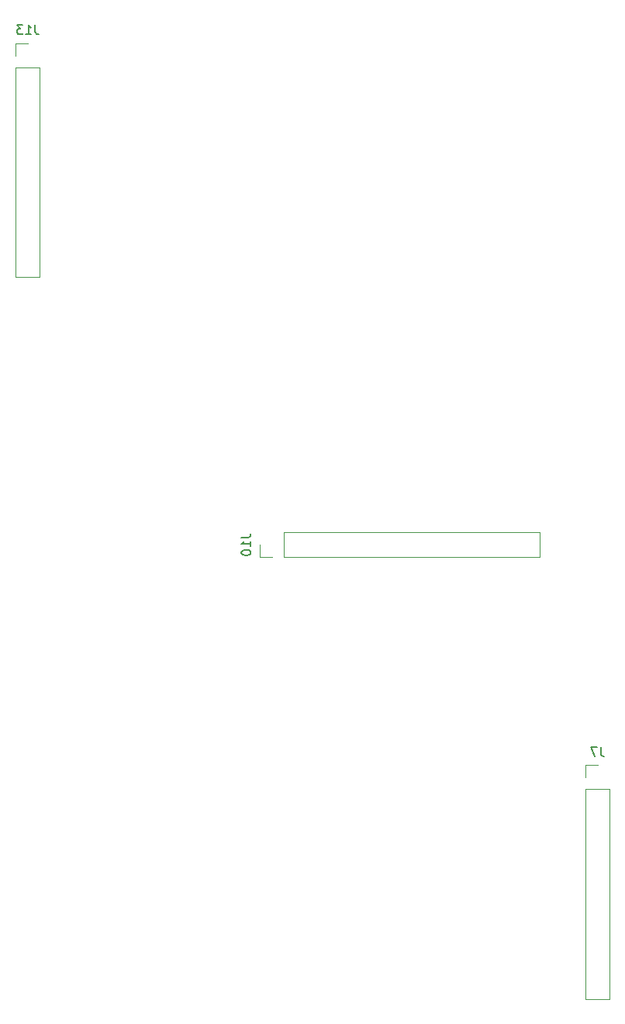
<source format=gbr>
G04 #@! TF.GenerationSoftware,KiCad,Pcbnew,(5.1.6)-1*
G04 #@! TF.CreationDate,2021-08-06T14:07:39+02:00*
G04 #@! TF.ProjectId,NanoGris,4e616e6f-4772-4697-932e-6b696361645f,rev?*
G04 #@! TF.SameCoordinates,Original*
G04 #@! TF.FileFunction,Legend,Bot*
G04 #@! TF.FilePolarity,Positive*
%FSLAX46Y46*%
G04 Gerber Fmt 4.6, Leading zero omitted, Abs format (unit mm)*
G04 Created by KiCad (PCBNEW (5.1.6)-1) date 2021-08-06 14:07:39*
%MOMM*%
%LPD*%
G01*
G04 APERTURE LIST*
%ADD10C,0.120000*%
%ADD11C,0.150000*%
G04 APERTURE END LIST*
D10*
X132080000Y-73600000D02*
X132080000Y-76260000D01*
X132080000Y-73600000D02*
X160080000Y-73600000D01*
X160080000Y-73600000D02*
X160080000Y-76260000D01*
X132080000Y-76260000D02*
X160080000Y-76260000D01*
X129480000Y-76260000D02*
X130810000Y-76260000D01*
X129480000Y-74930000D02*
X129480000Y-76260000D01*
X167700000Y-101600000D02*
X165040000Y-101600000D01*
X167700000Y-101600000D02*
X167700000Y-124520000D01*
X167700000Y-124520000D02*
X165040000Y-124520000D01*
X165040000Y-101600000D02*
X165040000Y-124520000D01*
X165040000Y-99000000D02*
X165040000Y-100330000D01*
X166370000Y-99000000D02*
X165040000Y-99000000D01*
X105470000Y-22810000D02*
X102810000Y-22810000D01*
X105470000Y-22810000D02*
X105470000Y-45730000D01*
X105470000Y-45730000D02*
X102810000Y-45730000D01*
X102810000Y-22810000D02*
X102810000Y-45730000D01*
X102810000Y-20210000D02*
X102810000Y-21540000D01*
X104140000Y-20210000D02*
X102810000Y-20210000D01*
D11*
X127492380Y-74120476D02*
X128206666Y-74120476D01*
X128349523Y-74072857D01*
X128444761Y-73977619D01*
X128492380Y-73834761D01*
X128492380Y-73739523D01*
X128492380Y-75120476D02*
X128492380Y-74549047D01*
X128492380Y-74834761D02*
X127492380Y-74834761D01*
X127635238Y-74739523D01*
X127730476Y-74644285D01*
X127778095Y-74549047D01*
X127492380Y-75739523D02*
X127492380Y-75834761D01*
X127540000Y-75930000D01*
X127587619Y-75977619D01*
X127682857Y-76025238D01*
X127873333Y-76072857D01*
X128111428Y-76072857D01*
X128301904Y-76025238D01*
X128397142Y-75977619D01*
X128444761Y-75930000D01*
X128492380Y-75834761D01*
X128492380Y-75739523D01*
X128444761Y-75644285D01*
X128397142Y-75596666D01*
X128301904Y-75549047D01*
X128111428Y-75501428D01*
X127873333Y-75501428D01*
X127682857Y-75549047D01*
X127587619Y-75596666D01*
X127540000Y-75644285D01*
X127492380Y-75739523D01*
X166703333Y-97012380D02*
X166703333Y-97726666D01*
X166750952Y-97869523D01*
X166846190Y-97964761D01*
X166989047Y-98012380D01*
X167084285Y-98012380D01*
X166322380Y-97012380D02*
X165655714Y-97012380D01*
X166084285Y-98012380D01*
X104949523Y-18222380D02*
X104949523Y-18936666D01*
X104997142Y-19079523D01*
X105092380Y-19174761D01*
X105235238Y-19222380D01*
X105330476Y-19222380D01*
X103949523Y-19222380D02*
X104520952Y-19222380D01*
X104235238Y-19222380D02*
X104235238Y-18222380D01*
X104330476Y-18365238D01*
X104425714Y-18460476D01*
X104520952Y-18508095D01*
X103616190Y-18222380D02*
X102997142Y-18222380D01*
X103330476Y-18603333D01*
X103187619Y-18603333D01*
X103092380Y-18650952D01*
X103044761Y-18698571D01*
X102997142Y-18793809D01*
X102997142Y-19031904D01*
X103044761Y-19127142D01*
X103092380Y-19174761D01*
X103187619Y-19222380D01*
X103473333Y-19222380D01*
X103568571Y-19174761D01*
X103616190Y-19127142D01*
M02*

</source>
